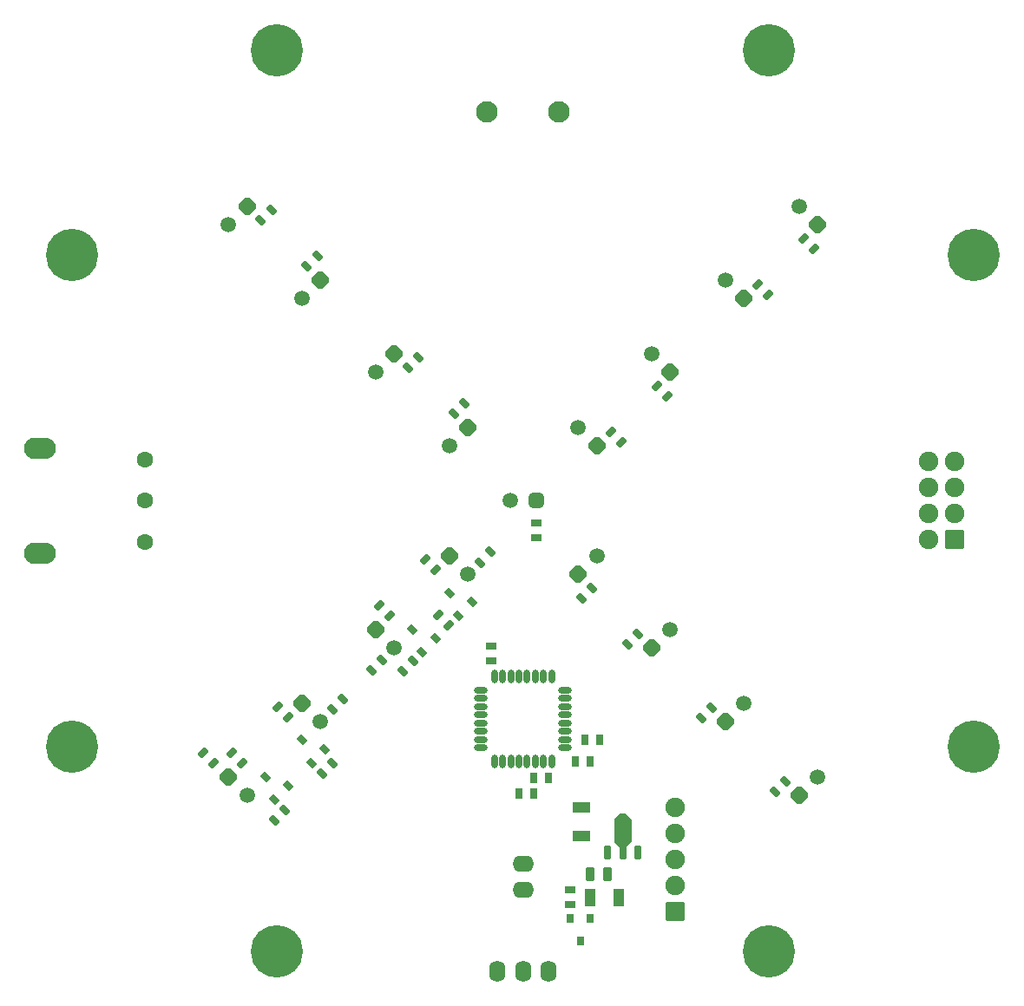
<source format=gbr>
%TF.GenerationSoftware,Altium Limited,Altium Designer,20.1.8 (145)*%
G04 Layer_Color=16711935*
%FSLAX45Y45*%
%MOMM*%
%TF.SameCoordinates,71AC3D83-D9DD-4B8C-8FBF-A9C29C1C1930*%
%TF.FilePolarity,Negative*%
%TF.FileFunction,Soldermask,Bot*%
%TF.Part,Single*%
G01*
G75*
%TA.AperFunction,ComponentPad*%
%ADD20C,1.50000*%
%TA.AperFunction,SMDPad,CuDef*%
G04:AMPARAMS|DCode=50|XSize=1.37mm|YSize=0.86mm|CornerRadius=0.0538mm|HoleSize=0mm|Usage=FLASHONLY|Rotation=270.000|XOffset=0mm|YOffset=0mm|HoleType=Round|Shape=RoundedRectangle|*
%AMROUNDEDRECTD50*
21,1,1.37000,0.75240,0,0,270.0*
21,1,1.26240,0.86000,0,0,270.0*
1,1,0.10760,-0.37620,-0.63120*
1,1,0.10760,-0.37620,0.63120*
1,1,0.10760,0.37620,0.63120*
1,1,0.10760,0.37620,-0.63120*
%
%ADD50ROUNDEDRECTD50*%
G04:AMPARAMS|DCode=51|XSize=0.7mm|YSize=0.9mm|CornerRadius=0.053mm|HoleSize=0mm|Usage=FLASHONLY|Rotation=180.000|XOffset=0mm|YOffset=0mm|HoleType=Round|Shape=RoundedRectangle|*
%AMROUNDEDRECTD51*
21,1,0.70000,0.79400,0,0,180.0*
21,1,0.59400,0.90000,0,0,180.0*
1,1,0.10600,-0.29700,0.39700*
1,1,0.10600,0.29700,0.39700*
1,1,0.10600,0.29700,-0.39700*
1,1,0.10600,-0.29700,-0.39700*
%
%ADD51ROUNDEDRECTD51*%
G04:AMPARAMS|DCode=52|XSize=1.05mm|YSize=0.65mm|CornerRadius=0.05275mm|HoleSize=0mm|Usage=FLASHONLY|Rotation=180.000|XOffset=0mm|YOffset=0mm|HoleType=Round|Shape=RoundedRectangle|*
%AMROUNDEDRECTD52*
21,1,1.05000,0.54450,0,0,180.0*
21,1,0.94450,0.65000,0,0,180.0*
1,1,0.10550,-0.47225,0.27225*
1,1,0.10550,0.47225,0.27225*
1,1,0.10550,0.47225,-0.27225*
1,1,0.10550,-0.47225,-0.27225*
%
%ADD52ROUNDEDRECTD52*%
G04:AMPARAMS|DCode=53|XSize=1.75mm|YSize=1.05mm|CornerRadius=0.05475mm|HoleSize=0mm|Usage=FLASHONLY|Rotation=90.000|XOffset=0mm|YOffset=0mm|HoleType=Round|Shape=RoundedRectangle|*
%AMROUNDEDRECTD53*
21,1,1.75000,0.94050,0,0,90.0*
21,1,1.64050,1.05000,0,0,90.0*
1,1,0.10950,0.47025,0.82025*
1,1,0.10950,0.47025,-0.82025*
1,1,0.10950,-0.47025,-0.82025*
1,1,0.10950,-0.47025,0.82025*
%
%ADD53ROUNDEDRECTD53*%
G04:AMPARAMS|DCode=54|XSize=0.6mm|YSize=1.3mm|CornerRadius=0.0525mm|HoleSize=0mm|Usage=FLASHONLY|Rotation=0.000|XOffset=0mm|YOffset=0mm|HoleType=Round|Shape=RoundedRectangle|*
%AMROUNDEDRECTD54*
21,1,0.60000,1.19500,0,0,0.0*
21,1,0.49500,1.30000,0,0,0.0*
1,1,0.10500,0.24750,-0.59750*
1,1,0.10500,-0.24750,-0.59750*
1,1,0.10500,-0.24750,0.59750*
1,1,0.10500,0.24750,0.59750*
%
%ADD54ROUNDEDRECTD54*%
G04:AMPARAMS|DCode=55|XSize=1.05mm|YSize=0.7mm|CornerRadius=0.053mm|HoleSize=0mm|Usage=FLASHONLY|Rotation=225.000|XOffset=0mm|YOffset=0mm|HoleType=Round|Shape=RoundedRectangle|*
%AMROUNDEDRECTD55*
21,1,1.05000,0.59400,0,0,225.0*
21,1,0.94400,0.70000,0,0,225.0*
1,1,0.10600,-0.54377,-0.12374*
1,1,0.10600,0.12374,0.54377*
1,1,0.10600,0.54377,0.12374*
1,1,0.10600,-0.12374,-0.54377*
%
%ADD55ROUNDEDRECTD55*%
G04:AMPARAMS|DCode=56|XSize=1.05mm|YSize=0.7mm|CornerRadius=0.053mm|HoleSize=0mm|Usage=FLASHONLY|Rotation=315.000|XOffset=0mm|YOffset=0mm|HoleType=Round|Shape=RoundedRectangle|*
%AMROUNDEDRECTD56*
21,1,1.05000,0.59400,0,0,315.0*
21,1,0.94400,0.70000,0,0,315.0*
1,1,0.10600,0.12374,-0.54377*
1,1,0.10600,-0.54377,0.12374*
1,1,0.10600,-0.12374,0.54377*
1,1,0.10600,0.54377,-0.12374*
%
%ADD56ROUNDEDRECTD56*%
G04:AMPARAMS|DCode=57|XSize=1.05mm|YSize=0.65mm|CornerRadius=0.05275mm|HoleSize=0mm|Usage=FLASHONLY|Rotation=45.000|XOffset=0mm|YOffset=0mm|HoleType=Round|Shape=RoundedRectangle|*
%AMROUNDEDRECTD57*
21,1,1.05000,0.54450,0,0,45.0*
21,1,0.94450,0.65000,0,0,45.0*
1,1,0.10550,0.52644,0.14142*
1,1,0.10550,-0.14142,-0.52644*
1,1,0.10550,-0.52644,-0.14142*
1,1,0.10550,0.14142,0.52644*
%
%ADD57ROUNDEDRECTD57*%
G04:AMPARAMS|DCode=58|XSize=0.7mm|YSize=0.9mm|CornerRadius=0.053mm|HoleSize=0mm|Usage=FLASHONLY|Rotation=45.000|XOffset=0mm|YOffset=0mm|HoleType=Round|Shape=RoundedRectangle|*
%AMROUNDEDRECTD58*
21,1,0.70000,0.79400,0,0,45.0*
21,1,0.59400,0.90000,0,0,45.0*
1,1,0.10600,0.49073,-0.07071*
1,1,0.10600,0.07071,-0.49073*
1,1,0.10600,-0.49073,0.07071*
1,1,0.10600,-0.07071,0.49073*
%
%ADD58ROUNDEDRECTD58*%
G04:AMPARAMS|DCode=59|XSize=1.05mm|YSize=0.7mm|CornerRadius=0.053mm|HoleSize=0mm|Usage=FLASHONLY|Rotation=180.000|XOffset=0mm|YOffset=0mm|HoleType=Round|Shape=RoundedRectangle|*
%AMROUNDEDRECTD59*
21,1,1.05000,0.59400,0,0,180.0*
21,1,0.94400,0.70000,0,0,180.0*
1,1,0.10600,-0.47200,0.29700*
1,1,0.10600,0.47200,0.29700*
1,1,0.10600,0.47200,-0.29700*
1,1,0.10600,-0.47200,-0.29700*
%
%ADD59ROUNDEDRECTD59*%
G04:AMPARAMS|DCode=60|XSize=1.05mm|YSize=0.7mm|CornerRadius=0.053mm|HoleSize=0mm|Usage=FLASHONLY|Rotation=90.000|XOffset=0mm|YOffset=0mm|HoleType=Round|Shape=RoundedRectangle|*
%AMROUNDEDRECTD60*
21,1,1.05000,0.59400,0,0,90.0*
21,1,0.94400,0.70000,0,0,90.0*
1,1,0.10600,0.29700,0.47200*
1,1,0.10600,0.29700,-0.47200*
1,1,0.10600,-0.29700,-0.47200*
1,1,0.10600,-0.29700,0.47200*
%
%ADD60ROUNDEDRECTD60*%
%ADD61O,0.60000X1.35000*%
%ADD62O,1.35000X0.60000*%
G04:AMPARAMS|DCode=63|XSize=1.05mm|YSize=0.65mm|CornerRadius=0.05275mm|HoleSize=0mm|Usage=FLASHONLY|Rotation=90.000|XOffset=0mm|YOffset=0mm|HoleType=Round|Shape=RoundedRectangle|*
%AMROUNDEDRECTD63*
21,1,1.05000,0.54450,0,0,90.0*
21,1,0.94450,0.65000,0,0,90.0*
1,1,0.10550,0.27225,0.47225*
1,1,0.10550,0.27225,-0.47225*
1,1,0.10550,-0.27225,-0.47225*
1,1,0.10550,-0.27225,0.47225*
%
%ADD63ROUNDEDRECTD63*%
G04:AMPARAMS|DCode=64|XSize=1.05mm|YSize=0.65mm|CornerRadius=0.05275mm|HoleSize=0mm|Usage=FLASHONLY|Rotation=135.000|XOffset=0mm|YOffset=0mm|HoleType=Round|Shape=RoundedRectangle|*
%AMROUNDEDRECTD64*
21,1,1.05000,0.54450,0,0,135.0*
21,1,0.94450,0.65000,0,0,135.0*
1,1,0.10550,-0.14142,0.52644*
1,1,0.10550,0.52644,-0.14142*
1,1,0.10550,0.14142,-0.52644*
1,1,0.10550,-0.52644,0.14142*
%
%ADD64ROUNDEDRECTD64*%
G04:AMPARAMS|DCode=65|XSize=1.75mm|YSize=1.05mm|CornerRadius=0.05475mm|HoleSize=0mm|Usage=FLASHONLY|Rotation=0.000|XOffset=0mm|YOffset=0mm|HoleType=Round|Shape=RoundedRectangle|*
%AMROUNDEDRECTD65*
21,1,1.75000,0.94050,0,0,0.0*
21,1,1.64050,1.05000,0,0,0.0*
1,1,0.10950,0.82025,-0.47025*
1,1,0.10950,-0.82025,-0.47025*
1,1,0.10950,-0.82025,0.47025*
1,1,0.10950,0.82025,0.47025*
%
%ADD65ROUNDEDRECTD65*%
%TA.AperFunction,ComponentPad*%
G04:AMPARAMS|DCode=66|XSize=1.9mm|YSize=1.9mm|CornerRadius=0.95mm|HoleSize=0mm|Usage=FLASHONLY|Rotation=90.000|XOffset=0mm|YOffset=0mm|HoleType=Round|Shape=RoundedRectangle|*
%AMROUNDEDRECTD66*
21,1,1.90000,0.00000,0,0,90.0*
21,1,0.00000,1.90000,0,0,90.0*
1,1,1.90000,0.00000,0.00000*
1,1,1.90000,0.00000,0.00000*
1,1,1.90000,0.00000,0.00000*
1,1,1.90000,0.00000,0.00000*
%
%ADD66ROUNDEDRECTD66*%
G04:AMPARAMS|DCode=67|XSize=1.9mm|YSize=1.9mm|CornerRadius=0.23mm|HoleSize=0mm|Usage=FLASHONLY|Rotation=90.000|XOffset=0mm|YOffset=0mm|HoleType=Round|Shape=RoundedRectangle|*
%AMROUNDEDRECTD67*
21,1,1.90000,1.44000,0,0,90.0*
21,1,1.44000,1.90000,0,0,90.0*
1,1,0.46000,0.72000,0.72000*
1,1,0.46000,0.72000,-0.72000*
1,1,0.46000,-0.72000,-0.72000*
1,1,0.46000,-0.72000,0.72000*
%
%ADD67ROUNDEDRECTD67*%
%ADD68O,2.10000X1.60000*%
%ADD69C,2.10000*%
G04:AMPARAMS|DCode=70|XSize=1.6mm|YSize=2.1mm|CornerRadius=0.8mm|HoleSize=0mm|Usage=FLASHONLY|Rotation=180.000|XOffset=0mm|YOffset=0mm|HoleType=Round|Shape=RoundedRectangle|*
%AMROUNDEDRECTD70*
21,1,1.60000,0.50000,0,0,180.0*
21,1,0.00000,2.10000,0,0,180.0*
1,1,1.60000,0.00000,0.25000*
1,1,1.60000,0.00000,0.25000*
1,1,1.60000,0.00000,-0.25000*
1,1,1.60000,0.00000,-0.25000*
%
%ADD70ROUNDEDRECTD70*%
%ADD71O,3.10000X2.10000*%
%ADD72C,1.60000*%
%TA.AperFunction,ViaPad*%
%ADD73C,5.10000*%
%TA.AperFunction,ComponentPad*%
G04:AMPARAMS|DCode=74|XSize=1.5mm|YSize=1.5mm|CornerRadius=0.4mm|HoleSize=0mm|Usage=FLASHONLY|Rotation=315.000|XOffset=0mm|YOffset=0mm|HoleType=Round|Shape=RoundedRectangle|*
%AMROUNDEDRECTD74*
21,1,1.50000,0.70000,0,0,315.0*
21,1,0.70000,1.50000,0,0,315.0*
1,1,0.80000,0.00000,-0.49498*
1,1,0.80000,-0.49498,0.00000*
1,1,0.80000,0.00000,0.49498*
1,1,0.80000,0.49498,0.00000*
%
%ADD74ROUNDEDRECTD74*%
G04:AMPARAMS|DCode=75|XSize=1.5mm|YSize=1.5mm|CornerRadius=0.4mm|HoleSize=0mm|Usage=FLASHONLY|Rotation=90.000|XOffset=0mm|YOffset=0mm|HoleType=Round|Shape=RoundedRectangle|*
%AMROUNDEDRECTD75*
21,1,1.50000,0.70000,0,0,90.0*
21,1,0.70000,1.50000,0,0,90.0*
1,1,0.80000,0.35000,0.35000*
1,1,0.80000,0.35000,-0.35000*
1,1,0.80000,-0.35000,-0.35000*
1,1,0.80000,-0.35000,0.35000*
%
%ADD75ROUNDEDRECTD75*%
G04:AMPARAMS|DCode=76|XSize=1.5mm|YSize=1.5mm|CornerRadius=0.4mm|HoleSize=0mm|Usage=FLASHONLY|Rotation=45.000|XOffset=0mm|YOffset=0mm|HoleType=Round|Shape=RoundedRectangle|*
%AMROUNDEDRECTD76*
21,1,1.50000,0.70000,0,0,45.0*
21,1,0.70000,1.50000,0,0,45.0*
1,1,0.80000,0.49498,0.00000*
1,1,0.80000,0.00000,-0.49498*
1,1,0.80000,-0.49498,0.00000*
1,1,0.80000,0.00000,0.49498*
%
%ADD76ROUNDEDRECTD76*%
G36*
X948532Y-3054643D02*
X998529D01*
X999509Y-3054739D01*
X1000451Y-3055025D01*
X1001320Y-3055489D01*
X1002082Y-3056114D01*
X1002083Y-3056116D01*
X1057081Y-3111114D01*
X1057706Y-3111876D01*
X1058170Y-3112744D01*
X1058237Y-3112964D01*
X1058456Y-3113687D01*
X1058505Y-3114177D01*
X1058553Y-3114667D01*
X1058553Y-3114669D01*
Y-3324667D01*
X1058456Y-3325647D01*
X1058237Y-3326370D01*
X1058170Y-3326589D01*
X1057706Y-3327458D01*
X1057081Y-3328219D01*
X1057080Y-3328221D01*
X1001453Y-3383848D01*
X1000691Y-3384473D01*
X999823Y-3384937D01*
X999603Y-3385004D01*
X998880Y-3385223D01*
X998390Y-3385271D01*
X997900Y-3385320D01*
X997897Y-3385320D01*
X949158D01*
X948177Y-3385223D01*
X947454Y-3385004D01*
X947235Y-3384937D01*
X946366Y-3384473D01*
X945605Y-3383848D01*
X945604Y-3383847D01*
X889976Y-3328219D01*
X889351Y-3327458D01*
X888887Y-3326589D01*
X888821Y-3326370D01*
X888601Y-3325647D01*
X888553Y-3325157D01*
X888504Y-3324667D01*
X888505Y-3324664D01*
Y-3114667D01*
X888601Y-3113686D01*
X888887Y-3112744D01*
X889352Y-3111875D01*
X889976Y-3111114D01*
X889978Y-3111113D01*
X944976Y-3056114D01*
X945738Y-3055489D01*
X946606Y-3055025D01*
X946826Y-3054959D01*
X947549Y-3054739D01*
X948039Y-3054691D01*
X948529Y-3054642D01*
X948532Y-3054643D01*
D02*
G37*
D20*
X2873682Y-2694077D02*
D03*
X2155261Y-1975656D02*
D03*
X1436841Y-1257236D02*
D03*
X718420Y-538816D02*
D03*
X-127000Y0D02*
D03*
X2694077Y2873682D02*
D03*
X1975656Y2155261D02*
D03*
X538816Y718420D02*
D03*
X1257236Y1436841D02*
D03*
X-718420Y538816D02*
D03*
X-2873682Y2694077D02*
D03*
X-2155261Y1975656D02*
D03*
X-1436841Y1257236D02*
D03*
X-2694077Y-2873682D02*
D03*
X-1975656Y-2155261D02*
D03*
X-538816Y-718420D02*
D03*
X-1257236Y-1436841D02*
D03*
D50*
X653529Y-3647745D02*
D03*
X823529D02*
D03*
D51*
X558529Y-4296948D02*
D03*
X653529Y-4076948D02*
D03*
X463529D02*
D03*
D52*
Y-3944684D02*
D03*
Y-3799684D02*
D03*
X127000Y-360900D02*
D03*
Y-215900D02*
D03*
D53*
X653529Y-3874922D02*
D03*
X933529D02*
D03*
D54*
X1123529Y-3429666D02*
D03*
X973529Y-3429667D02*
D03*
X823529Y-3429666D02*
D03*
D55*
X-723024Y-1213757D02*
D03*
X-825555Y-1111226D02*
D03*
D56*
X-1070051Y-1560796D02*
D03*
X-1172581Y-1663327D02*
D03*
X-1861846Y-2557570D02*
D03*
X-1964377Y-2660101D02*
D03*
X-2430469Y-3117491D02*
D03*
X-2327939Y-3014961D02*
D03*
D57*
X-3022600Y-2562860D02*
D03*
X-3125131Y-2460329D02*
D03*
X853124Y673519D02*
D03*
X955655Y570988D02*
D03*
X1404668Y1020001D02*
D03*
X1302137Y1122532D02*
D03*
X2289965Y2110360D02*
D03*
X2392496Y2007830D02*
D03*
X2841509Y2456842D02*
D03*
X2738978Y2559373D02*
D03*
X-955655Y-570988D02*
D03*
X-853124Y-673519D02*
D03*
X-1302137Y-1122532D02*
D03*
X-1404668Y-1020001D02*
D03*
X-2392496Y-2007830D02*
D03*
X-2289965Y-2110360D02*
D03*
X-2738978Y-2559373D02*
D03*
X-2841509Y-2456842D02*
D03*
D58*
X-1077631Y-1257236D02*
D03*
X-989242Y-1479974D02*
D03*
X-854892Y-1345624D02*
D03*
X-2291733Y-2782465D02*
D03*
X-2426083Y-2916815D02*
D03*
X-2514472Y-2694077D02*
D03*
X-1932523Y-2423255D02*
D03*
X-2066873Y-2557605D02*
D03*
X-2155262Y-2334867D02*
D03*
X-495682Y-986414D02*
D03*
X-630032Y-1120764D02*
D03*
X-718420Y-898026D02*
D03*
D59*
X-308534Y-1566064D02*
D03*
Y-1421064D02*
D03*
D60*
X105479Y-2707709D02*
D03*
X250479D02*
D03*
X509569Y-2543015D02*
D03*
X654569D02*
D03*
D61*
X279979Y-2543016D02*
D03*
X199979D02*
D03*
X119979D02*
D03*
X39979D02*
D03*
X-40021D02*
D03*
X-120021D02*
D03*
X-200021D02*
D03*
X-280021D02*
D03*
Y-1718016D02*
D03*
X-200021D02*
D03*
X-120021D02*
D03*
X-40021D02*
D03*
X39979D02*
D03*
X119979D02*
D03*
X199979D02*
D03*
X279979D02*
D03*
D62*
X-412521Y-2410516D02*
D03*
Y-2330516D02*
D03*
Y-2250516D02*
D03*
Y-2170516D02*
D03*
Y-2090516D02*
D03*
Y-2010516D02*
D03*
Y-1930516D02*
D03*
Y-1850516D02*
D03*
X412479D02*
D03*
Y-1930516D02*
D03*
Y-2010516D02*
D03*
Y-2090516D02*
D03*
Y-2170516D02*
D03*
Y-2250516D02*
D03*
Y-2330516D02*
D03*
Y-2410516D02*
D03*
D63*
X104979Y-2855167D02*
D03*
X-40020D02*
D03*
X750489Y-2330516D02*
D03*
X605489D02*
D03*
D64*
X-673519Y853124D02*
D03*
X-570988Y955655D02*
D03*
X-1020001Y1404668D02*
D03*
X-1122532Y1302137D02*
D03*
X-2110360Y2289965D02*
D03*
X-2007830Y2392496D02*
D03*
X-2456842Y2841509D02*
D03*
X-2559373Y2738978D02*
D03*
X673519Y-853124D02*
D03*
X570988Y-955655D02*
D03*
X1020001Y-1404668D02*
D03*
X1122532Y-1302137D02*
D03*
X2559373Y-2738978D02*
D03*
X2456842Y-2841509D02*
D03*
X1840953Y-2020558D02*
D03*
X1738422Y-2123088D02*
D03*
X-422072Y-601677D02*
D03*
X-319542Y-499147D02*
D03*
X-1476510Y-1656115D02*
D03*
X-1373979Y-1553584D02*
D03*
X-1858913Y-2038518D02*
D03*
X-1756383Y-1935987D02*
D03*
D65*
X570468Y-2995913D02*
D03*
Y-3275913D02*
D03*
D66*
X1485347Y-2995913D02*
D03*
Y-3249913D02*
D03*
Y-3503913D02*
D03*
Y-3757913D02*
D03*
X4211201Y-127000D02*
D03*
Y127000D02*
D03*
Y381000D02*
D03*
X3957201Y-381000D02*
D03*
Y-127000D02*
D03*
Y127000D02*
D03*
Y381000D02*
D03*
D67*
X1485347Y-4011913D02*
D03*
X4211201Y-381000D02*
D03*
D68*
X0Y-3794310D02*
D03*
Y-3540310D02*
D03*
D69*
X-350000Y3800000D02*
D03*
X350000D02*
D03*
D70*
X-250000Y-4593351D02*
D03*
X0D02*
D03*
X250000D02*
D03*
D71*
X-4710139Y-510000D02*
D03*
Y510000D02*
D03*
D72*
X-3690139Y400000D02*
D03*
Y0D02*
D03*
Y-400000D02*
D03*
D73*
X2400000Y-4400000D02*
D03*
X-2400000D02*
D03*
X4400000Y-2400000D02*
D03*
Y2400000D02*
D03*
X-4400000Y-2400000D02*
D03*
Y2400000D02*
D03*
X-2400000Y4400000D02*
D03*
X2400000D02*
D03*
D74*
X2694077Y-2873682D02*
D03*
X1975656Y-2155261D02*
D03*
X1257236Y-1436841D02*
D03*
X538816Y-718420D02*
D03*
X-538816Y718420D02*
D03*
X-2694077Y2873682D02*
D03*
X-1975656Y2155261D02*
D03*
X-1257236Y1436841D02*
D03*
D75*
X127000Y0D02*
D03*
D76*
X2873682Y2694077D02*
D03*
X2155261Y1975656D02*
D03*
X718420Y538816D02*
D03*
X1436841Y1257236D02*
D03*
X-2873682Y-2694077D02*
D03*
X-2155261Y-1975656D02*
D03*
X-718420Y-538816D02*
D03*
X-1436841Y-1257236D02*
D03*
%TF.MD5,dddc523ca0ebf4dafc731b90502b10c1*%
M02*

</source>
